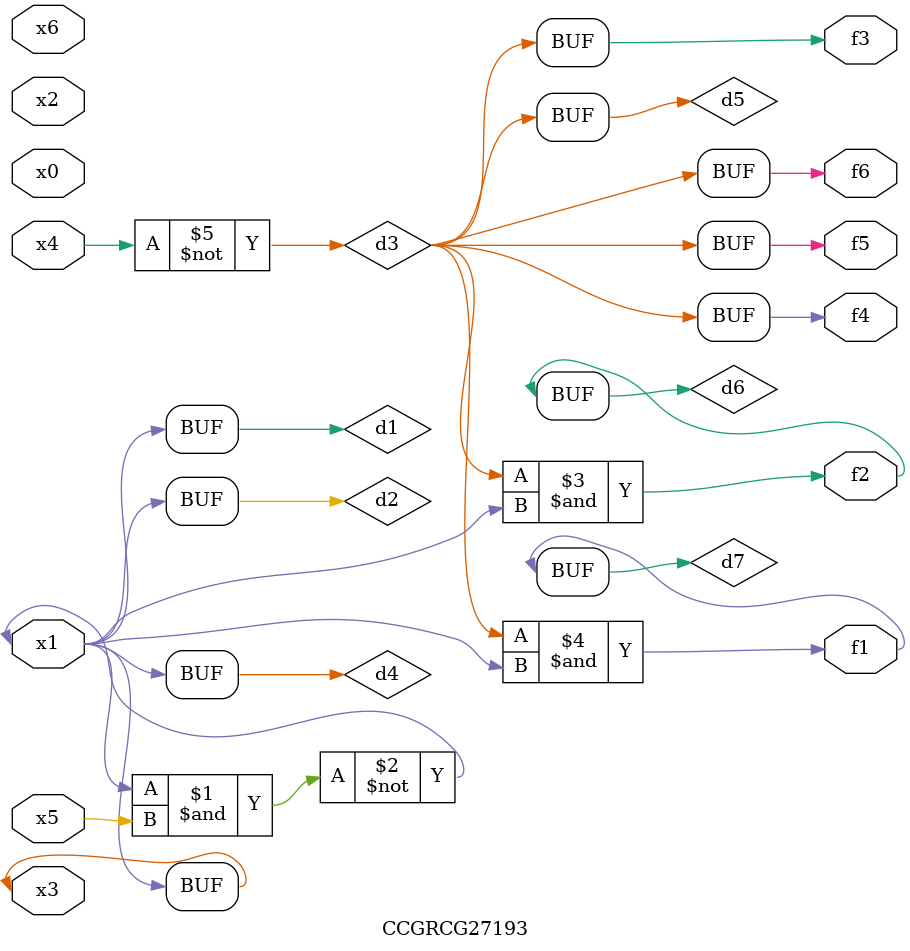
<source format=v>
module CCGRCG27193(
	input x0, x1, x2, x3, x4, x5, x6,
	output f1, f2, f3, f4, f5, f6
);

	wire d1, d2, d3, d4, d5, d6, d7;

	buf (d1, x1, x3);
	nand (d2, x1, x5);
	not (d3, x4);
	buf (d4, d1, d2);
	buf (d5, d3);
	and (d6, d3, d4);
	and (d7, d3, d4);
	assign f1 = d7;
	assign f2 = d6;
	assign f3 = d5;
	assign f4 = d5;
	assign f5 = d5;
	assign f6 = d5;
endmodule

</source>
